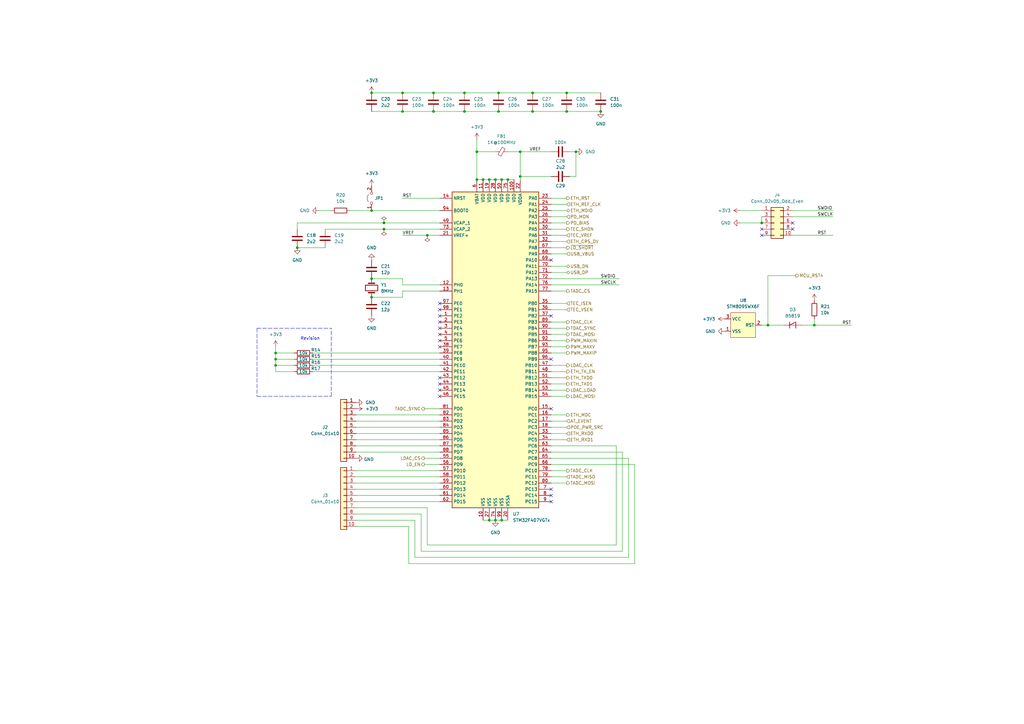
<source format=kicad_sch>
(kicad_sch (version 20211123) (generator eeschema)
  (paper "A3")
  (title_block (title "Kirdy") (date "2022-07-03") (rev "r0.1") (company "M-Labs") (comment 1 "Alex Wong Tat Hang"))
  (lib_symbols
    (symbol "Connector_Generic:Conn_01x10" (pin_names (offset 1.016) hide)
      (property "Reference" "J" (at 0 12.7 0))
      (property "Value" "Conn_01x10" (at 0 -15.24 0))
      (symbol "Conn_01x10_1_1"
        (rectangle (start -1.27 -12.573) (end 0 -12.827) (stroke (width 0.1524)))
        (rectangle (start -1.27 -10.033) (end 0 -10.287) (stroke (width 0.1524)))
        (rectangle (start -1.27 -7.493) (end 0 -7.747) (stroke (width 0.1524)))
        (rectangle (start -1.27 -4.953) (end 0 -5.207) (stroke (width 0.1524)))
        (rectangle (start -1.27 -2.413) (end 0 -2.667) (stroke (width 0.1524)))
        (rectangle (start -1.27 0.127) (end 0 -0.127) (stroke (width 0.1524)))
        (rectangle (start -1.27 2.667) (end 0 2.413) (stroke (width 0.1524)))
        (rectangle (start -1.27 5.207) (end 0 4.953) (stroke (width 0.1524)))
        (rectangle (start -1.27 7.747) (end 0 7.493) (stroke (width 0.1524)))
        (rectangle (start -1.27 10.287) (end 0 10.033) (stroke (width 0.1524)))
        (rectangle (start -1.27 11.43) (end 1.27 -13.97) (stroke (width 0.254)) (fill (type background)))
        (pin passive line (at -5.08 10.16 0) (length 3.81) (name "Pin_1") (number "1"))
        (pin passive line (at -5.08 -12.7 0) (length 3.81) (name "Pin_10") (number "10"))
        (pin passive line (at -5.08 7.62 0) (length 3.81) (name "Pin_2") (number "2"))
        (pin passive line (at -5.08 5.08 0) (length 3.81) (name "Pin_3") (number "3"))
        (pin passive line (at -5.08 2.54 0) (length 3.81) (name "Pin_4") (number "4"))
        (pin passive line (at -5.08 0 0) (length 3.81) (name "Pin_5") (number "5"))
        (pin passive line (at -5.08 -2.54 0) (length 3.81) (name "Pin_6") (number "6"))
        (pin passive line (at -5.08 -5.08 0) (length 3.81) (name "Pin_7") (number "7"))
        (pin passive line (at -5.08 -7.62 0) (length 3.81) (name "Pin_8") (number "8"))
        (pin passive line (at -5.08 -10.16 0) (length 3.81) (name "Pin_9") (number "9"))
      )
    )
    (symbol "Connector_Generic:Conn_02x05_Odd_Even" (pin_names (offset 1.016) hide)
      (property "Reference" "J" (at 1.27 7.62 0))
      (property "Value" "Conn_02x05_Odd_Even" (at 1.27 -7.62 0))
      (symbol "Conn_02x05_Odd_Even_1_1"
        (rectangle (start -1.27 -4.953) (end 0 -5.207) (stroke (width 0.1524)))
        (rectangle (start -1.27 -2.413) (end 0 -2.667) (stroke (width 0.1524)))
        (rectangle (start -1.27 0.127) (end 0 -0.127) (stroke (width 0.1524)))
        (rectangle (start -1.27 2.667) (end 0 2.413) (stroke (width 0.1524)))
        (rectangle (start -1.27 5.207) (end 0 4.953) (stroke (width 0.1524)))
        (rectangle (start -1.27 6.35) (end 3.81 -6.35) (stroke (width 0.254)) (fill (type background)))
        (rectangle (start 3.81 -4.953) (end 2.54 -5.207) (stroke (width 0.1524)))
        (rectangle (start 3.81 -2.413) (end 2.54 -2.667) (stroke (width 0.1524)))
        (rectangle (start 3.81 0.127) (end 2.54 -0.127) (stroke (width 0.1524)))
        (rectangle (start 3.81 2.667) (end 2.54 2.413) (stroke (width 0.1524)))
        (rectangle (start 3.81 5.207) (end 2.54 4.953) (stroke (width 0.1524)))
        (pin passive line (at -5.08 5.08 0) (length 3.81) (name "Pin_1") (number "1"))
        (pin passive line (at 7.62 -5.08 180) (length 3.81) (name "Pin_10") (number "10"))
        (pin passive line (at 7.62 5.08 180) (length 3.81) (name "Pin_2") (number "2"))
        (pin passive line (at -5.08 2.54 0) (length 3.81) (name "Pin_3") (number "3"))
        (pin passive line (at 7.62 2.54 180) (length 3.81) (name "Pin_4") (number "4"))
        (pin passive line (at -5.08 0 0) (length 3.81) (name "Pin_5") (number "5"))
        (pin passive line (at 7.62 0 180) (length 3.81) (name "Pin_6") (number "6"))
        (pin passive line (at -5.08 -2.54 0) (length 3.81) (name "Pin_7") (number "7"))
        (pin passive line (at 7.62 -2.54 180) (length 3.81) (name "Pin_8") (number "8"))
        (pin passive line (at -5.08 -5.08 0) (length 3.81) (name "Pin_9") (number "9"))
      )
    )
    (symbol "Device:C" (pin_numbers hide) (pin_names (offset 0.254))
      (property "Reference" "C" (at 0.635 2.54 0))
      (property "Value" "C" (at 0.635 -2.54 0))
      (symbol "C_0_1"
        (polyline (pts (xy -2.032 -0.762) (xy 2.032 -0.762)) (stroke (width 0.508)))
        (polyline (pts (xy -2.032 0.762) (xy 2.032 0.762)) (stroke (width 0.508)))
      )
      (symbol "C_1_1"
        (pin passive line (at 0 3.81 270) (length 2.794) (name "~") (number "1"))
        (pin passive line (at 0 -3.81 90) (length 2.794) (name "~") (number "2"))
      )
    )
    (symbol "Device:Crystal" (pin_numbers hide) (pin_names (offset 1.016) hide)
      (property "Reference" "Y" (at 0 3.81 0))
      (property "Value" "Crystal" (at 0 -3.81 0))
      (symbol "Crystal_0_1"
        (rectangle (start -1.143 2.54) (end 1.143 -2.54) (stroke (width 0.3048)))
        (polyline (pts (xy -2.54 0) (xy -1.905 0)))
        (polyline (pts (xy -1.905 -1.27) (xy -1.905 1.27)) (stroke (width 0.508)))
        (polyline (pts (xy 1.905 -1.27) (xy 1.905 1.27)) (stroke (width 0.508)))
        (polyline (pts (xy 2.54 0) (xy 1.905 0)))
      )
      (symbol "Crystal_1_1"
        (pin passive line (at -3.81 0 0) (length 1.27) (name "1") (number "1"))
        (pin passive line (at 3.81 0 180) (length 1.27) (name "2") (number "2"))
      )
    )
    (symbol "Device:D_Shockley" (pin_numbers hide) (pin_names (offset 1.016) hide)
      (property "Reference" "D" (at 0 2.54 0))
      (property "Value" "D_Shockley" (at 0 -2.54 0))
      (symbol "D_Shockley_0_1"
        (polyline (pts (xy -1.27 0) (xy 1.27 0)))
        (polyline (pts (xy -1.27 1.27) (xy -1.27 -1.27)) (stroke (width 0.254)))
        (polyline (pts (xy -1.27 0) (xy 1.27 1.27) (xy 1.27 -1.27)) (stroke (width 0.254)))
      )
      (symbol "D_Shockley_1_1"
        (pin passive line (at -3.81 0 0) (length 2.54) (name "K") (number "1"))
        (pin passive line (at 3.81 0 180) (length 2.54) (name "A") (number "2"))
      )
    )
    (symbol "Device:FerriteBead_Small" (pin_numbers hide) (pin_names (offset 0))
      (property "Reference" "FB" (at 1.905 1.27 0))
      (property "Value" "FerriteBead_Small" (at 1.905 -1.27 0))
      (symbol "FerriteBead_Small_0_1"
        (polyline (pts (xy 0 -1.27) (xy 0 -0.7874)))
        (polyline (pts (xy 0 0.889) (xy 0 1.2954)))
        (polyline (pts (xy -1.8288 0.2794) (xy -1.1176 1.4986) (xy 1.8288 -0.2032) (xy 1.1176 -1.4224) (xy -1.8288 0.2794)))
      )
      (symbol "FerriteBead_Small_1_1"
        (pin passive line (at 0 2.54 270) (length 1.27) (name "~") (number "1"))
        (pin passive line (at 0 -2.54 90) (length 1.27) (name "~") (number "2"))
      )
    )
    (symbol "Device:R" (pin_numbers hide) (pin_names (offset 0))
      (property "Reference" "R" (at 2.032 0 90))
      (property "Value" "R" (at 0 0 90))
      (symbol "R_0_1"
        (rectangle (start -1.016 -2.54) (end 1.016 2.54) (stroke (width 0.254)))
      )
      (symbol "R_1_1"
        (pin passive line (at 0 3.81 270) (length 1.27) (name "~") (number "1"))
        (pin passive line (at 0 -3.81 90) (length 1.27) (name "~") (number "2"))
      )
    )
    (symbol "Jumper:Jumper_2_Open" (pin_names (offset 0) hide)
      (property "Reference" "JP" (at 0 2.794 0))
      (property "Value" "Jumper_2_Open" (at 0 -2.286 0))
      (symbol "Jumper_2_Open_0_0"
        (circle (center -2.032 0) (radius 0.508))
        (circle (center 2.032 0) (radius 0.508))
      )
      (symbol "Jumper_2_Open_0_1"
        (arc (start 1.524 1.27) (mid 0 1.778) (end -1.524 1.27))
      )
      (symbol "Jumper_2_Open_1_1"
        (pin passive line (at -5.08 0 0) (length 2.54) (name "A") (number "1"))
        (pin passive line (at 5.08 0 180) (length 2.54) (name "B") (number "2"))
      )
    )
    (symbol "MCU_ST_STM32F4:STM32F407VGTx"
      (property "Reference" "U" (at -17.78 64.77 0))
      (property "Value" "STM32F407VGTx" (at 12.7 64.77 0))
      (symbol "STM32F407VGTx_0_1"
        (rectangle (start -17.78 -66.04) (end 17.78 63.5) (stroke (width 0.254)) (fill (type background)))
      )
      (symbol "STM32F407VGTx_1_1"
        (pin bidirectional line (at -22.86 12.7 0) (length 5.08) (name "PE2") (number "1"))
        (pin power_in line (at -5.08 -71.12 90) (length 5.08) (name "VSS") (number "10"))
        (pin power_in line (at 7.62 68.58 270) (length 5.08) (name "VDD") (number "100"))
        (pin power_in line (at -5.08 68.58 270) (length 5.08) (name "VDD") (number "11"))
        (pin input line (at -22.86 25.4 0) (length 5.08) (name "PH0") (number "12"))
        (pin input line (at -22.86 22.86 0) (length 5.08) (name "PH1") (number "13"))
        (pin input line (at -22.86 60.96 0) (length 5.08) (name "NRST") (number "14"))
        (pin bidirectional line (at 22.86 -25.4 180) (length 5.08) (name "PC0") (number "15"))
        (pin bidirectional line (at 22.86 -27.94 180) (length 5.08) (name "PC1") (number "16"))
        (pin bidirectional line (at 22.86 -30.48 180) (length 5.08) (name "PC2") (number "17"))
        (pin bidirectional line (at 22.86 -33.02 180) (length 5.08) (name "PC3") (number "18"))
        (pin power_in line (at -2.54 68.58 270) (length 5.08) (name "VDD") (number "19"))
        (pin bidirectional line (at -22.86 10.16 0) (length 5.08) (name "PE3") (number "2"))
        (pin power_in line (at 5.08 -71.12 90) (length 5.08) (name "VSSA") (number "20"))
        (pin power_in line (at -22.86 45.72 0) (length 5.08) (name "VREF+") (number "21"))
        (pin power_in line (at 10.16 68.58 270) (length 5.08) (name "VDDA") (number "22"))
        (pin bidirectional line (at 22.86 60.96 180) (length 5.08) (name "PA0") (number "23"))
        (pin bidirectional line (at 22.86 58.42 180) (length 5.08) (name "PA1") (number "24"))
        (pin bidirectional line (at 22.86 55.88 180) (length 5.08) (name "PA2") (number "25"))
        (pin bidirectional line (at 22.86 53.34 180) (length 5.08) (name "PA3") (number "26"))
        (pin power_in line (at -2.54 -71.12 90) (length 5.08) (name "VSS") (number "27"))
        (pin power_in line (at 0 68.58 270) (length 5.08) (name "VDD") (number "28"))
        (pin bidirectional line (at 22.86 50.8 180) (length 5.08) (name "PA4") (number "29"))
        (pin bidirectional line (at -22.86 7.62 0) (length 5.08) (name "PE4") (number "3"))
        (pin bidirectional line (at 22.86 48.26 180) (length 5.08) (name "PA5") (number "30"))
        (pin bidirectional line (at 22.86 45.72 180) (length 5.08) (name "PA6") (number "31"))
        (pin bidirectional line (at 22.86 43.18 180) (length 5.08) (name "PA7") (number "32"))
        (pin bidirectional line (at 22.86 -35.56 180) (length 5.08) (name "PC4") (number "33"))
        (pin bidirectional line (at 22.86 -38.1 180) (length 5.08) (name "PC5") (number "34"))
        (pin bidirectional line (at 22.86 17.78 180) (length 5.08) (name "PB0") (number "35"))
        (pin bidirectional line (at 22.86 15.24 180) (length 5.08) (name "PB1") (number "36"))
        (pin bidirectional line (at 22.86 12.7 180) (length 5.08) (name "PB2") (number "37"))
        (pin bidirectional line (at -22.86 0 0) (length 5.08) (name "PE7") (number "38"))
        (pin bidirectional line (at -22.86 -2.54 0) (length 5.08) (name "PE8") (number "39"))
        (pin bidirectional line (at -22.86 5.08 0) (length 5.08) (name "PE5") (number "4"))
        (pin bidirectional line (at -22.86 -5.08 0) (length 5.08) (name "PE9") (number "40"))
        (pin bidirectional line (at -22.86 -7.62 0) (length 5.08) (name "PE10") (number "41"))
        (pin bidirectional line (at -22.86 -10.16 0) (length 5.08) (name "PE11") (number "42"))
        (pin bidirectional line (at -22.86 -12.7 0) (length 5.08) (name "PE12") (number "43"))
        (pin bidirectional line (at -22.86 -15.24 0) (length 5.08) (name "PE13") (number "44"))
        (pin bidirectional line (at -22.86 -17.78 0) (length 5.08) (name "PE14") (number "45"))
        (pin bidirectional line (at -22.86 -20.32 0) (length 5.08) (name "PE15") (number "46"))
        (pin bidirectional line (at 22.86 -7.62 180) (length 5.08) (name "PB10") (number "47"))
        (pin bidirectional line (at 22.86 -10.16 180) (length 5.08) (name "PB11") (number "48"))
        (pin power_in line (at -22.86 50.8 0) (length 5.08) (name "VCAP_1") (number "49"))
        (pin bidirectional line (at -22.86 2.54 0) (length 5.08) (name "PE6") (number "5"))
        (pin power_in line (at 2.54 68.58 270) (length 5.08) (name "VDD") (number "50"))
        (pin bidirectional line (at 22.86 -12.7 180) (length 5.08) (name "PB12") (number "51"))
        (pin bidirectional line (at 22.86 -15.24 180) (length 5.08) (name "PB13") (number "52"))
        (pin bidirectional line (at 22.86 -17.78 180) (length 5.08) (name "PB14") (number "53"))
        (pin bidirectional line (at 22.86 -20.32 180) (length 5.08) (name "PB15") (number "54"))
        (pin bidirectional line (at -22.86 -45.72 0) (length 5.08) (name "PD8") (number "55"))
        (pin bidirectional line (at -22.86 -48.26 0) (length 5.08) (name "PD9") (number "56"))
        (pin bidirectional line (at -22.86 -50.8 0) (length 5.08) (name "PD10") (number "57"))
        (pin bidirectional line (at -22.86 -53.34 0) (length 5.08) (name "PD11") (number "58"))
        (pin bidirectional line (at -22.86 -55.88 0) (length 5.08) (name "PD12") (number "59"))
        (pin power_in line (at -7.62 68.58 270) (length 5.08) (name "VBAT") (number "6"))
        (pin bidirectional line (at -22.86 -58.42 0) (length 5.08) (name "PD13") (number "60"))
        (pin bidirectional line (at -22.86 -60.96 0) (length 5.08) (name "PD14") (number "61"))
        (pin bidirectional line (at -22.86 -63.5 0) (length 5.08) (name "PD15") (number "62"))
        (pin bidirectional line (at 22.86 -40.64 180) (length 5.08) (name "PC6") (number "63"))
        (pin bidirectional line (at 22.86 -43.18 180) (length 5.08) (name "PC7") (number "64"))
        (pin bidirectional line (at 22.86 -45.72 180) (length 5.08) (name "PC8") (number "65"))
        (pin bidirectional line (at 22.86 -48.26 180) (length 5.08) (name "PC9") (number "66"))
        (pin bidirectional line (at 22.86 40.64 180) (length 5.08) (name "PA8") (number "67"))
        (pin bidirectional line (at 22.86 38.1 180) (length 5.08) (name "PA9") (number "68"))
        (pin bidirectional line (at 22.86 35.56 180) (length 5.08) (name "PA10") (number "69"))
        (pin bidirectional line (at 22.86 -58.42 180) (length 5.08) (name "PC13") (number "7"))
        (pin bidirectional line (at 22.86 33.02 180) (length 5.08) (name "PA11") (number "70"))
        (pin bidirectional line (at 22.86 30.48 180) (length 5.08) (name "PA12") (number "71"))
        (pin bidirectional line (at 22.86 27.94 180) (length 5.08) (name "PA13") (number "72"))
        (pin power_in line (at -22.86 48.26 0) (length 5.08) (name "VCAP_2") (number "73"))
        (pin power_in line (at 0 -71.12 90) (length 5.08) (name "VSS") (number "74"))
        (pin power_in line (at 5.08 68.58 270) (length 5.08) (name "VDD") (number "75"))
        (pin bidirectional line (at 22.86 25.4 180) (length 5.08) (name "PA14") (number "76"))
        (pin bidirectional line (at 22.86 22.86 180) (length 5.08) (name "PA15") (number "77"))
        (pin bidirectional line (at 22.86 -50.8 180) (length 5.08) (name "PC10") (number "78"))
        (pin bidirectional line (at 22.86 -53.34 180) (length 5.08) (name "PC11") (number "79"))
        (pin bidirectional line (at 22.86 -60.96 180) (length 5.08) (name "PC14") (number "8"))
        (pin bidirectional line (at 22.86 -55.88 180) (length 5.08) (name "PC12") (number "80"))
        (pin bidirectional line (at -22.86 -25.4 0) (length 5.08) (name "PD0") (number "81"))
        (pin bidirectional line (at -22.86 -27.94 0) (length 5.08) (name "PD1") (number "82"))
        (pin bidirectional line (at -22.86 -30.48 0) (length 5.08) (name "PD2") (number "83"))
        (pin bidirectional line (at -22.86 -33.02 0) (length 5.08) (name "PD3") (number "84"))
        (pin bidirectional line (at -22.86 -35.56 0) (length 5.08) (name "PD4") (number "85"))
        (pin bidirectional line (at -22.86 -38.1 0) (length 5.08) (name "PD5") (number "86"))
        (pin bidirectional line (at -22.86 -40.64 0) (length 5.08) (name "PD6") (number "87"))
        (pin bidirectional line (at -22.86 -43.18 0) (length 5.08) (name "PD7") (number "88"))
        (pin bidirectional line (at 22.86 10.16 180) (length 5.08) (name "PB3") (number "89"))
        (pin bidirectional line (at 22.86 -63.5 180) (length 5.08) (name "PC15") (number "9"))
        (pin bidirectional line (at 22.86 7.62 180) (length 5.08) (name "PB4") (number "90"))
        (pin bidirectional line (at 22.86 5.08 180) (length 5.08) (name "PB5") (number "91"))
        (pin bidirectional line (at 22.86 2.54 180) (length 5.08) (name "PB6") (number "92"))
        (pin bidirectional line (at 22.86 0 180) (length 5.08) (name "PB7") (number "93"))
        (pin input line (at -22.86 55.88 0) (length 5.08) (name "BOOT0") (number "94"))
        (pin bidirectional line (at 22.86 -2.54 180) (length 5.08) (name "PB8") (number "95"))
        (pin bidirectional line (at 22.86 -5.08 180) (length 5.08) (name "PB9") (number "96"))
        (pin bidirectional line (at -22.86 17.78 0) (length 5.08) (name "PE0") (number "97"))
        (pin bidirectional line (at -22.86 15.24 0) (length 5.08) (name "PE1") (number "98"))
        (pin power_in line (at 2.54 -71.12 90) (length 5.08) (name "VSS") (number "99"))
      )
    )
    (symbol "kirdy:STM809SWX6F"
      (property "Reference" "U" (at 0 -10.16 0))
      (property "Value" "STM809SWX6F" (at 0 -7.62 0))
      (symbol "STM809SWX6F_0_0"
        (pin power_in line (at -7.62 -2.54 0) (length 2.54) (name "VSS") (number "1"))
        (pin output line (at 7.62 0 180) (length 2.54) (name "RST") (number "2"))
        (pin power_in line (at -7.62 2.54 0) (length 2.54) (name "VCC") (number "3"))
      )
      (symbol "STM809SWX6F_0_1"
        (rectangle (start -5.08 5.08) (end 5.08 -5.08) (fill (type background)))
      )
    )
    (symbol "power:+3V3" (power) (pin_names (offset 0))
      (property "Value" "+3V3" (at 0 3.556 0))
      (symbol "+3V3_0_1"
        (polyline (pts (xy -0.762 1.27) (xy 0 2.54)))
        (polyline (pts (xy 0 0) (xy 0 2.54)))
        (polyline (pts (xy 0 2.54) (xy 0.762 1.27)))
      )
      (symbol "+3V3_1_1"
        (pin power_in line (at 0 0 90) (length 0) hide (name "+3V3") (number "1"))
      )
    )
    (symbol "power:GND" (power) (pin_names (offset 0))
      (property "Value" "GND" (at 0 -3.81 0))
      (symbol "GND_0_1"
        (polyline (pts (xy 0 0) (xy 0 -1.27) (xy 1.27 -1.27) (xy 0 -2.54) (xy -1.27 -1.27) (xy 0 -1.27)))
      )
      (symbol "GND_1_1"
        (pin power_in line (at 0 0 270) (length 0) hide (name "GND") (number "1"))
      )
    )
    (symbol "power:PWR_FLAG" (power) (pin_numbers hide) (pin_names (offset 0) hide)
      (property "Value" "PWR_FLAG" (at 0 3.81 0))
      (symbol "PWR_FLAG_0_0"
        (pin power_out line (at 0 0 90) (length 0) (name "pwr") (number "1"))
      )
      (symbol "PWR_FLAG_0_1"
        (polyline (pts (xy 0 0) (xy 0 1.27) (xy -1.016 1.905) (xy 0 2.54) (xy 1.016 1.905) (xy 0 1.27)))
      )
    )
  )
  (junction (at 165.1 38.1))
  (junction (at 152.4 114.3))
  (junction (at 198.12 73.66))
  (junction (at 157.48 93.98))
  (junction (at 205.74 213.36))
  (junction (at 177.8 38.1))
  (junction (at 213.36 72.39))
  (junction (at 236.22 62.23))
  (junction (at 152.4 38.1))
  (junction (at 195.58 73.66))
  (junction (at 121.92 101.6))
  (junction (at 200.66 73.66))
  (junction (at 203.2 213.36))
  (junction (at 175.26 96.52))
  (junction (at 204.47 38.1))
  (junction (at 152.4 86.36))
  (junction (at 177.8 45.72))
  (junction (at 232.41 45.72))
  (junction (at 314.96 133.35))
  (junction (at 200.66 213.36))
  (junction (at 157.48 91.44))
  (junction (at 208.28 73.66))
  (junction (at 113.03 144.78))
  (junction (at 190.5 45.72))
  (junction (at 165.1 45.72))
  (junction (at 203.2 73.66))
  (junction (at 232.41 38.1))
  (junction (at 334.01 133.35))
  (junction (at 213.36 62.23))
  (junction (at 190.5 38.1))
  (junction (at 204.47 45.72))
  (junction (at 113.03 147.32))
  (junction (at 218.44 38.1))
  (junction (at 246.38 45.72))
  (junction (at 205.74 73.66))
  (junction (at 152.4 121.92))
  (junction (at 195.58 62.23))
  (junction (at 312.42 91.44))
  (junction (at 218.44 45.72))
  (junction (at 113.03 149.86))
  (no_connect (at 312.42 96.52))
  (no_connect (at 325.12 93.98))
  (no_connect (at 325.12 91.44))
  (no_connect (at 180.34 157.48))
  (no_connect (at 180.34 154.94))
  (no_connect (at 312.42 93.98))
  (no_connect (at 226.06 200.66))
  (no_connect (at 226.06 203.2))
  (no_connect (at 226.06 205.74))
  (no_connect (at 226.06 106.68))
  (no_connect (at 226.06 129.54))
  (no_connect (at 180.34 129.54))
  (no_connect (at 180.34 124.46))
  (no_connect (at 180.34 127))
  (no_connect (at 226.06 147.32))
  (no_connect (at 226.06 167.64))
  (no_connect (at 180.34 162.56))
  (no_connect (at 180.34 160.02))
  (no_connect (at 180.34 132.08))
  (no_connect (at 180.34 134.62))
  (no_connect (at 180.34 137.16))
  (no_connect (at 180.34 139.7))
  (no_connect (at 180.34 142.24))
  (wire (pts (xy 226.06 180.34) (xy 232.41 180.34)))
  (wire (pts (xy 146.05 205.74) (xy 180.34 205.74)))
  (wire (pts (xy 226.06 170.18) (xy 232.41 170.18)))
  (wire (pts (xy 226.06 160.02) (xy 232.41 160.02)))
  (wire (pts (xy 226.06 99.06) (xy 232.41 99.06)))
  (wire (pts (xy 165.1 116.84) (xy 180.34 116.84)))
  (wire (pts (xy 226.06 104.14) (xy 232.41 104.14)))
  (wire (pts (xy 146.05 203.2) (xy 180.34 203.2)))
  (wire (pts (xy 226.06 86.36) (xy 232.41 86.36)))
  (polyline (pts (xy 105.41 162.56) (xy 135.89 162.56)))
  (wire (pts (xy 175.26 96.52) (xy 180.34 96.52)))
  (wire (pts (xy 257.81 187.96) (xy 257.81 228.6)))
  (wire (pts (xy 198.12 213.36) (xy 200.66 213.36)))
  (wire (pts (xy 218.44 45.72) (xy 232.41 45.72)))
  (wire (pts (xy 312.42 88.9) (xy 312.42 91.44)))
  (wire (pts (xy 165.1 81.28) (xy 180.34 81.28)))
  (wire (pts (xy 233.68 72.39) (xy 236.22 72.39)))
  (wire (pts (xy 172.72 226.06) (xy 172.72 210.82)))
  (wire (pts (xy 146.05 172.72) (xy 180.34 172.72)))
  (wire (pts (xy 195.58 62.23) (xy 203.2 62.23)))
  (wire (pts (xy 175.26 223.52) (xy 175.26 208.28)))
  (wire (pts (xy 121.92 101.6) (xy 133.35 101.6)))
  (wire (pts (xy 175.26 208.28) (xy 146.05 208.28)))
  (wire (pts (xy 173.99 187.96) (xy 180.34 187.96)))
  (wire (pts (xy 325.12 96.52) (xy 341.63 96.52)))
  (wire (pts (xy 203.2 213.36) (xy 205.74 213.36)))
  (wire (pts (xy 328.93 133.35) (xy 334.01 133.35)))
  (wire (pts (xy 312.42 133.35) (xy 314.96 133.35)))
  (wire (pts (xy 226.06 139.7) (xy 232.41 139.7)))
  (polyline (pts (xy 135.89 162.56) (xy 135.89 134.62)))
  (wire (pts (xy 226.06 116.84) (xy 254 116.84)))
  (wire (pts (xy 170.18 228.6) (xy 170.18 213.36)))
  (wire (pts (xy 204.47 38.1) (xy 218.44 38.1)))
  (wire (pts (xy 113.03 152.4) (xy 120.65 152.4)))
  (wire (pts (xy 128.27 149.86) (xy 180.34 149.86)))
  (wire (pts (xy 260.35 231.14) (xy 167.64 231.14)))
  (wire (pts (xy 113.03 149.86) (xy 120.65 149.86)))
  (wire (pts (xy 152.4 45.72) (xy 165.1 45.72)))
  (wire (pts (xy 157.48 93.98) (xy 180.34 93.98)))
  (wire (pts (xy 314.96 113.03) (xy 326.39 113.03)))
  (wire (pts (xy 128.27 147.32) (xy 180.34 147.32)))
  (wire (pts (xy 165.1 119.38) (xy 165.1 121.92)))
  (wire (pts (xy 208.28 62.23) (xy 213.36 62.23)))
  (wire (pts (xy 146.05 170.18) (xy 180.34 170.18)))
  (wire (pts (xy 146.05 193.04) (xy 180.34 193.04)))
  (wire (pts (xy 167.64 215.9) (xy 146.05 215.9)))
  (wire (pts (xy 133.35 93.98) (xy 157.48 93.98)))
  (wire (pts (xy 226.06 177.8) (xy 232.41 177.8)))
  (wire (pts (xy 226.06 193.04) (xy 232.41 193.04)))
  (wire (pts (xy 334.01 133.35) (xy 334.01 130.81)))
  (wire (pts (xy 170.18 213.36) (xy 146.05 213.36)))
  (wire (pts (xy 113.03 147.32) (xy 113.03 149.86)))
  (wire (pts (xy 334.01 133.35) (xy 349.25 133.35)))
  (wire (pts (xy 255.27 226.06) (xy 172.72 226.06)))
  (wire (pts (xy 226.06 154.94) (xy 232.41 154.94)))
  (wire (pts (xy 146.05 195.58) (xy 180.34 195.58)))
  (wire (pts (xy 213.36 62.23) (xy 213.36 72.39)))
  (wire (pts (xy 226.06 111.76) (xy 232.41 111.76)))
  (wire (pts (xy 226.06 134.62) (xy 232.41 134.62)))
  (wire (pts (xy 226.06 182.88) (xy 252.73 182.88)))
  (wire (pts (xy 226.06 187.96) (xy 257.81 187.96)))
  (wire (pts (xy 226.06 149.86) (xy 232.41 149.86)))
  (wire (pts (xy 252.73 223.52) (xy 175.26 223.52)))
  (wire (pts (xy 314.96 133.35) (xy 321.31 133.35)))
  (wire (pts (xy 226.06 137.16) (xy 232.41 137.16)))
  (wire (pts (xy 226.06 185.42) (xy 255.27 185.42)))
  (wire (pts (xy 226.06 93.98) (xy 232.41 93.98)))
  (wire (pts (xy 177.8 38.1) (xy 190.5 38.1)))
  (wire (pts (xy 200.66 213.36) (xy 203.2 213.36)))
  (wire (pts (xy 252.73 182.88) (xy 252.73 223.52)))
  (wire (pts (xy 203.2 73.66) (xy 205.74 73.66)))
  (wire (pts (xy 195.58 62.23) (xy 195.58 73.66)))
  (wire (pts (xy 233.68 62.23) (xy 236.22 62.23)))
  (wire (pts (xy 146.05 182.88) (xy 180.34 182.88)))
  (wire (pts (xy 177.8 45.72) (xy 190.5 45.72)))
  (wire (pts (xy 226.06 190.5) (xy 260.35 190.5)))
  (wire (pts (xy 146.05 175.26) (xy 180.34 175.26)))
  (wire (pts (xy 226.06 198.12) (xy 232.41 198.12)))
  (wire (pts (xy 232.41 38.1) (xy 246.38 38.1)))
  (wire (pts (xy 195.58 73.66) (xy 198.12 73.66)))
  (wire (pts (xy 213.36 62.23) (xy 226.06 62.23)))
  (wire (pts (xy 165.1 121.92) (xy 152.4 121.92)))
  (wire (pts (xy 113.03 144.78) (xy 113.03 147.32)))
  (wire (pts (xy 226.06 172.72) (xy 232.41 172.72)))
  (wire (pts (xy 152.4 86.36) (xy 180.34 86.36)))
  (wire (pts (xy 198.12 73.66) (xy 200.66 73.66)))
  (wire (pts (xy 113.03 144.78) (xy 120.65 144.78)))
  (wire (pts (xy 113.03 149.86) (xy 113.03 152.4)))
  (wire (pts (xy 213.36 72.39) (xy 213.36 73.66)))
  (wire (pts (xy 226.06 124.46) (xy 232.41 124.46)))
  (wire (pts (xy 226.06 152.4) (xy 232.41 152.4)))
  (wire (pts (xy 325.12 86.36) (xy 341.63 86.36)))
  (polyline (pts (xy 105.41 134.62) (xy 105.41 162.56)))
  (wire (pts (xy 226.06 195.58) (xy 232.41 195.58)))
  (wire (pts (xy 146.05 198.12) (xy 180.34 198.12)))
  (wire (pts (xy 226.06 101.6) (xy 232.41 101.6)))
  (wire (pts (xy 165.1 96.52) (xy 175.26 96.52)))
  (wire (pts (xy 113.03 147.32) (xy 120.65 147.32)))
  (wire (pts (xy 208.28 73.66) (xy 210.82 73.66)))
  (wire (pts (xy 165.1 45.72) (xy 177.8 45.72)))
  (wire (pts (xy 165.1 119.38) (xy 180.34 119.38)))
  (wire (pts (xy 226.06 142.24) (xy 232.41 142.24)))
  (wire (pts (xy 165.1 116.84) (xy 165.1 114.3)))
  (wire (pts (xy 226.06 132.08) (xy 232.41 132.08)))
  (wire (pts (xy 121.92 93.98) (xy 121.92 91.44)))
  (wire (pts (xy 146.05 185.42) (xy 180.34 185.42)))
  (wire (pts (xy 213.36 72.39) (xy 226.06 72.39)))
  (wire (pts (xy 236.22 72.39) (xy 236.22 62.23)))
  (wire (pts (xy 205.74 73.66) (xy 208.28 73.66)))
  (wire (pts (xy 157.48 91.44) (xy 180.34 91.44)))
  (wire (pts (xy 226.06 109.22) (xy 232.41 109.22)))
  (wire (pts (xy 113.03 142.24) (xy 113.03 144.78)))
  (wire (pts (xy 146.05 200.66) (xy 180.34 200.66)))
  (wire (pts (xy 303.53 91.44) (xy 312.42 91.44)))
  (wire (pts (xy 218.44 38.1) (xy 232.41 38.1)))
  (wire (pts (xy 226.06 175.26) (xy 232.41 175.26)))
  (wire (pts (xy 226.06 88.9) (xy 232.41 88.9)))
  (wire (pts (xy 232.41 45.72) (xy 246.38 45.72)))
  (wire (pts (xy 314.96 133.35) (xy 314.96 113.03)))
  (wire (pts (xy 226.06 96.52) (xy 232.41 96.52)))
  (wire (pts (xy 195.58 57.15) (xy 195.58 62.23)))
  (wire (pts (xy 226.06 119.38) (xy 232.41 119.38)))
  (wire (pts (xy 173.99 190.5) (xy 180.34 190.5)))
  (wire (pts (xy 190.5 38.1) (xy 204.47 38.1)))
  (wire (pts (xy 165.1 38.1) (xy 177.8 38.1)))
  (wire (pts (xy 260.35 190.5) (xy 260.35 231.14)))
  (wire (pts (xy 152.4 38.1) (xy 165.1 38.1)))
  (wire (pts (xy 204.47 45.72) (xy 218.44 45.72)))
  (wire (pts (xy 257.81 228.6) (xy 170.18 228.6)))
  (wire (pts (xy 226.06 127) (xy 232.41 127)))
  (wire (pts (xy 146.05 180.34) (xy 180.34 180.34)))
  (wire (pts (xy 226.06 81.28) (xy 232.41 81.28)))
  (wire (pts (xy 226.06 83.82) (xy 232.41 83.82)))
  (wire (pts (xy 205.74 213.36) (xy 208.28 213.36)))
  (wire (pts (xy 303.53 86.36) (xy 312.42 86.36)))
  (wire (pts (xy 226.06 144.78) (xy 232.41 144.78)))
  (wire (pts (xy 172.72 210.82) (xy 146.05 210.82)))
  (wire (pts (xy 165.1 114.3) (xy 152.4 114.3)))
  (polyline (pts (xy 105.41 134.62) (xy 135.89 134.62)))
  (wire (pts (xy 143.51 86.36) (xy 152.4 86.36)))
  (wire (pts (xy 226.06 91.44) (xy 232.41 91.44)))
  (wire (pts (xy 130.81 86.36) (xy 135.89 86.36)))
  (wire (pts (xy 121.92 91.44) (xy 157.48 91.44)))
  (wire (pts (xy 226.06 162.56) (xy 232.41 162.56)))
  (wire (pts (xy 190.5 45.72) (xy 204.47 45.72)))
  (wire (pts (xy 128.27 144.78) (xy 180.34 144.78)))
  (wire (pts (xy 226.06 114.3) (xy 254 114.3)))
  (wire (pts (xy 226.06 157.48) (xy 232.41 157.48)))
  (wire (pts (xy 167.64 231.14) (xy 167.64 215.9)))
  (wire (pts (xy 255.27 185.42) (xy 255.27 226.06)))
  (wire (pts (xy 146.05 177.8) (xy 180.34 177.8)))
  (wire (pts (xy 325.12 88.9) (xy 341.63 88.9)))
  (wire (pts (xy 173.99 167.64) (xy 180.34 167.64)))
  (wire (pts (xy 128.27 152.4) (xy 180.34 152.4)))
  (wire (pts (xy 200.66 73.66) (xy 203.2 73.66)))
  (text "Revision\n" (at 123.19 139.7 0) (effects (font (size 1.27 1.27)) (justify left bottom)))
  (label "VREF" (at 217.17 62.23 0))
  (label "SWDIO" (at 246.38 114.3 0))
  (label "SWCLK" (at 335.28 88.9 0))
  (label "RST" (at 165.1 81.28 0))
  (label "SWDIO" (at 335.28 86.36 0))
  (label "VREF" (at 165.1 96.52 0))
  (label "RST" (at 345.44 133.35 0))
  (label "RST" (at 335.28 96.52 0))
  (label "SWCLK" (at 246.38 116.84 0))
  (hierarchical_label "USB_DP" (shape bidirectional) (at 232.41 111.76 0))
  (hierarchical_label "TEC_VREF" (shape input) (at 232.41 96.52 0))
  (hierarchical_label "ETH_REF_CLK" (shape input) (at 232.41 83.82 0))
  (hierarchical_label "USB_VBUS" (shape input) (at 232.41 104.14 0))
  (hierarchical_label "TADC_CLK" (shape output) (at 232.41 193.04 0))
  (hierarchical_label "TDAC_MOSI" (shape output) (at 232.41 137.16 0))
  (hierarchical_label "PWM_MAXIP" (shape output) (at 232.41 144.78 0))
  (hierarchical_label "USB_DN" (shape bidirectional) (at 232.41 109.22 0))
  (hierarchical_label "ETH_RST" (shape output) (at 232.41 81.28 0))
  (hierarchical_label "TEC_SHDN" (shape output) (at 232.41 93.98 0))
  (hierarchical_label "ETH_TXD1" (shape output) (at 232.41 157.48 0))
  (hierarchical_label "ETH_MDIO" (shape bidirectional) (at 232.41 86.36 0))
  (hierarchical_label "LDAC_MOSI" (shape output) (at 232.41 162.56 0))
  (hierarchical_label "AT_EVENT" (shape input) (at 232.41 172.72 0))
  (hierarchical_label "PWM_MAXV" (shape output) (at 232.41 142.24 0))
  (hierarchical_label "POE_PWR_SRC" (shape input) (at 232.41 175.26 0))
  (hierarchical_label "MCU_RSTn" (shape output) (at 326.39 113.03 0))
  (hierarchical_label "TADC_CS" (shape output) (at 232.41 119.38 0))
  (hierarchical_label "ETH_RXD0" (shape input) (at 232.41 177.8 0))
  (hierarchical_label "PD_BIAS" (shape output) (at 232.41 91.44 0))
  (hierarchical_label "TADC_MISO" (shape input) (at 232.41 195.58 0))
  (hierarchical_label "~{LD_SHORT}" (shape output) (at 232.41 101.6 0))
  (hierarchical_label "LDAC_CS" (shape output) (at 173.99 187.96 180))
  (hierarchical_label "TADC_MOSI" (shape output) (at 232.41 198.12 0))
  (hierarchical_label "ETH_CRS_DV" (shape input) (at 232.41 99.06 0))
  (hierarchical_label "LD_EN" (shape output) (at 173.99 190.5 180))
  (hierarchical_label "TADC_SYNC" (shape output) (at 173.99 167.64 180))
  (hierarchical_label "PWM_MAXIN" (shape output) (at 232.41 139.7 0))
  (hierarchical_label "TEC_ISEN" (shape input) (at 232.41 124.46 0))
  (hierarchical_label "TEC_VSEN" (shape input) (at 232.41 127 0))
  (hierarchical_label "ETH_TX_EN" (shape output) (at 232.41 152.4 0))
  (hierarchical_label "TDAC_SYNC" (shape output) (at 232.41 134.62 0))
  (hierarchical_label "ETH_TXD0" (shape output) (at 232.41 154.94 0))
  (hierarchical_label "PD_MON" (shape input) (at 232.41 88.9 0))
  (hierarchical_label "ETH_RXD1" (shape input) (at 232.41 180.34 0))
  (hierarchical_label "LDAC_LOAD" (shape output) (at 232.41 160.02 0))
  (hierarchical_label "ETH_MDC" (shape output) (at 232.41 170.18 0))
  (hierarchical_label "LDAC_CLK" (shape output) (at 232.41 149.86 0))
  (hierarchical_label "TDAC_CLK" (shape output) (at 232.41 132.08 0))
  (symbol (lib_id "Connector_Generic:Conn_02x05_Odd_Even") (at 317.5 91.44 0) (unit 1)
    (property "Reference" "J4" (at 318.77 80.01 0))
    (property "Value" "Conn_02x05_Odd_Even" (at 318.77 82.55 0))
    (property "Footprint" "Connector_PinHeader_1.27mm:PinHeader_2x05_P1.27mm_Vertical_SMD" (effects hide))
    (property "MFR_PN" "M50-3600542" (effects hide))
  )
  (symbol (lib_id "Device:FerriteBead_Small") (at 205.74 62.23 90) (unit 1)
    (property "Reference" "FB1" (at 205.7019 55.88 90))
    (property "Value" "1K@100MHz" (at 205.7019 58.42 90))
    (property "Footprint" "Inductor_SMD:L_1210_3225Metric" (effects hide))
    (property "MFR_PN" "FBMH3225HM102NT" (effects hide))
    (property "MFR_PN_ALT" "FBMH3225HM102NTV" (effects hide))
  )
  (symbol (lib_id "power:+3V3") (at 152.4 76.2 0) (unit 1)
    (property "Reference" "#PWR045" (effects hide))
    (property "Value" "+3V3" (at 152.4 71.12 0))
  )
  (symbol (lib_id "Device:C") (at 133.35 97.79 0) (unit 1)
    (property "Reference" "C19" (at 137.16 96.5199 0) (effects (justify left)))
    (property "Value" "2u2" (at 137.16 99.0599 0) (effects (justify left)))
    (property "Footprint" "Capacitor_SMD:C_0603_1608Metric" (effects hide))
    (property "MFR_PN" "CL10B225KP8NNNC" (effects hide))
    (property "MFR_PN_ALT" "CGA3E1X7R0J225K080AC" (effects hide))
  )
  (symbol (lib_id "Connector_Generic:Conn_01x10") (at 140.97 175.26 0) (mirror y) (unit 1)
    (property "Reference" "J2" (at 133.35 175.26 0))
    (property "Value" "Conn_01x10" (at 133.35 177.8 0))
  )
  (symbol (lib_id "Device:R") (at 334.01 127 0) (unit 1)
    (property "Reference" "R21" (at 336.55 125.7299 0) (effects (justify left)))
    (property "Value" "10k" (at 336.55 128.2699 0) (effects (justify left)))
    (property "Footprint" "Resistor_SMD:R_0603_1608Metric" (effects hide))
    (property "MFR_PN" "RNCP0603FTD10K0" (effects hide))
    (property "MFR_PN_ALT" "RMCF0603FT10K0" (effects hide))
  )
  (symbol (lib_id "kirdy:STM809SWX6F") (at 304.8 133.35 0) (unit 1)
    (property "Reference" "U8" (at 304.8 123.19 0))
    (property "Value" "STM809SWX6F" (at 304.8 125.73 0))
    (property "Footprint" "Package_TO_SOT_SMD:SOT-23" (effects hide))
    (property "MFR_PN" "STM809SWX6F" (effects hide))
  )
  (symbol (lib_id "Device:C") (at 177.8 41.91 0) (unit 1)
    (property "Reference" "C24" (at 181.61 40.6399 0) (effects (justify left)))
    (property "Value" "100n" (at 181.61 43.1799 0) (effects (justify left)))
    (property "Footprint" "Capacitor_SMD:C_0603_1608Metric" (effects hide))
    (property "MFR_PN" "CL10B104KB8NNWC" (effects hide))
    (property "MFR_PN_ALT" "CL10B104KB8NNNL" (effects hide))
  )
  (symbol (lib_id "Device:C") (at 232.41 41.91 0) (unit 1)
    (property "Reference" "C30" (at 236.22 40.6399 0) (effects (justify left)))
    (property "Value" "100n" (at 236.22 43.1799 0) (effects (justify left)))
    (property "Footprint" "Capacitor_SMD:C_0603_1608Metric" (effects hide))
    (property "MFR_PN" "CL10B104KB8NNWC" (effects hide))
    (property "MFR_PN_ALT" "CL10B104KB8NNNL" (effects hide))
  )
  (symbol (lib_id "Device:R") (at 124.46 149.86 90) (unit 1)
    (property "Reference" "R16" (at 129.54 148.59 90))
    (property "Value" "10k" (at 124.46 149.86 90))
    (property "Footprint" "Resistor_SMD:R_0603_1608Metric" (effects hide))
    (property "MFR_PN" "RNCP0603FTD10K0" (effects hide))
    (property "MFR_PN_ALT" "RMCF0603FT10K0" (effects hide))
  )
  (symbol (lib_id "Device:C") (at 190.5 41.91 0) (unit 1)
    (property "Reference" "C25" (at 194.31 40.6399 0) (effects (justify left)))
    (property "Value" "100n" (at 194.31 43.1799 0) (effects (justify left)))
    (property "Footprint" "Capacitor_SMD:C_0603_1608Metric" (effects hide))
    (property "MFR_PN" "CL10B104KB8NNWC" (effects hide))
    (property "MFR_PN_ALT" "CL10B104KB8NNNL" (effects hide))
  )
  (symbol (lib_id "power:+3V3") (at 334.01 123.19 0) (unit 1)
    (property "Reference" "#PWR056" (effects hide))
    (property "Value" "+3V3" (at 334.01 118.11 0))
  )
  (symbol (lib_id "power:GND") (at 236.22 62.23 90) (unit 1)
    (property "Reference" "#PWR050" (effects hide))
    (property "Value" "GND" (at 240.03 62.2299 90) (effects (justify right)))
  )
  (symbol (lib_id "power:GND") (at 203.2 213.36 0) (unit 1)
    (property "Reference" "#PWR049" (effects hide))
    (property "Value" "GND" (at 203.2 218.44 0))
  )
  (symbol (lib_id "Device:C") (at 246.38 41.91 0) (unit 1)
    (property "Reference" "C31" (at 250.19 40.6399 0) (effects (justify left)))
    (property "Value" "100n" (at 250.19 43.1799 0) (effects (justify left)))
    (property "Footprint" "Capacitor_SMD:C_0603_1608Metric" (effects hide))
    (property "MFR_PN" "CL10B104KB8NNWC" (effects hide))
    (property "MFR_PN_ALT" "CL10B104KB8NNNL" (effects hide))
  )
  (symbol (lib_id "Jumper:Jumper_2_Open") (at 152.4 81.28 90) (unit 1)
    (property "Reference" "JP1" (at 153.67 81.28 90) (effects (justify right)))
    (property "Value" "DNP" (effects hide))
    (property "Footprint" "Connector_PinHeader_2.54mm:PinHeader_1x02_P2.54mm_Vertical" (effects hide))
  )
  (symbol (lib_id "power:+3V3") (at 303.53 86.36 90) (unit 1)
    (property "Reference" "#PWR054" (effects hide))
    (property "Value" "+3V3" (at 299.72 86.3599 90) (effects (justify left)))
  )
  (symbol (lib_id "Device:C") (at 218.44 41.91 0) (unit 1)
    (property "Reference" "C27" (at 222.25 40.6399 0) (effects (justify left)))
    (property "Value" "100n" (at 222.25 43.1799 0) (effects (justify left)))
    (property "Footprint" "Capacitor_SMD:C_0603_1608Metric" (effects hide))
    (property "MFR_PN" "CL10B104KB8NNWC" (effects hide))
    (property "MFR_PN_ALT" "CL10B104KB8NNNL" (effects hide))
  )
  (symbol (lib_id "Device:Crystal") (at 152.4 118.11 90) (unit 1)
    (property "Reference" "Y1" (at 156.21 116.8399 90) (effects (justify right)))
    (property "Value" "8MHz" (at 156.21 119.3799 90) (effects (justify right)))
    (property "Footprint" "Crystal:Crystal_SMD_5032-2Pin_5.0x3.2mm" (effects hide))
    (property "MFR_PN" "ECS-80-12-30Q-DS-TR" (effects hide))
    (property "MFR_PN_ALT" "ECS-80-12-30-JGN-TR" (effects hide))
  )
  (symbol (lib_id "power:PWR_FLAG") (at 157.48 93.98 180) (unit 1)
    (property "Reference" "#FLG04" (effects hide))
    (property "Value" "PWR_FLAG" (effects hide))
  )
  (symbol (lib_id "MCU_ST_STM32F4:STM32F407VGTx") (at 203.2 142.24 0) (unit 1)
    (property "Reference" "U7" (at 210.2994 210.82 0) (effects (justify left)))
    (property "Value" "STM32F407VGTx" (at 210.2994 213.36 0) (effects (justify left)))
    (property "Footprint" "Package_QFP:LQFP-100_14x14mm_P0.5mm" (effects hide))
    (property "Datasheet" "http://www.st.com/st-web-ui/static/active/en/resource/technical/document/datasheet/DM00037051.pdf" (effects hide))
    (property "MFR_PN" "STM32F407VGT6" (effects hide))
  )
  (symbol (lib_id "Device:R") (at 124.46 147.32 90) (unit 1)
    (property "Reference" "R15" (at 129.54 146.05 90))
    (property "Value" "10k" (at 124.46 147.32 90))
    (property "Footprint" "Resistor_SMD:R_0603_1608Metric" (effects hide))
    (property "MFR_PN" "RNCP0603FTD10K0" (effects hide))
    (property "MFR_PN_ALT" "RMCF0603FT10K0" (effects hide))
  )
  (symbol (lib_id "power:PWR_FLAG") (at 157.48 91.44 0) (unit 1)
    (property "Reference" "#FLG03" (effects hide))
    (property "Value" "PWR_FLAG" (effects hide))
  )
  (symbol (lib_id "power:+3V3") (at 113.03 142.24 0) (unit 1)
    (property "Reference" "#PWR041" (effects hide))
    (property "Value" "+3V3" (at 113.03 137.16 0))
  )
  (symbol (lib_id "power:GND") (at 297.18 135.89 270) (unit 1)
    (property "Reference" "#PWR053" (effects hide))
    (property "Value" "GND" (at 293.37 135.8899 90) (effects (justify right)))
  )
  (symbol (lib_id "Device:C") (at 229.87 62.23 90) (unit 1)
    (property "Reference" "C28" (at 229.87 66.04 90))
    (property "Value" "100n" (at 229.87 58.42 90))
    (property "Footprint" "Capacitor_SMD:C_0603_1608Metric" (effects hide))
    (property "MFR_PN" "CL10B104KB8NNWC" (effects hide))
    (property "MFR_PN_ALT" "CL10B104KB8NNNL" (effects hide))
  )
  (symbol (lib_id "power:GND") (at 146.05 165.1 90) (unit 1)
    (property "Reference" "#PWR0131" (effects hide))
    (property "Value" "GND" (at 149.86 165.1 90) (effects (justify right)))
  )
  (symbol (lib_id "Device:C") (at 229.87 72.39 90) (unit 1)
    (property "Reference" "C29" (at 229.87 76.2 90))
    (property "Value" "2u2" (at 229.87 68.58 90))
    (property "Footprint" "Capacitor_SMD:C_0603_1608Metric" (effects hide))
    (property "MFR_PN" "CL10B225KP8NNNC" (effects hide))
    (property "MFR_PN_ALT" "CGA3E1X7R0J225K080AC" (effects hide))
  )
  (symbol (lib_id "Device:C") (at 165.1 41.91 0) (unit 1)
    (property "Reference" "C23" (at 168.91 40.6399 0) (effects (justify left)))
    (property "Value" "100n" (at 168.91 43.1799 0) (effects (justify left)))
    (property "Footprint" "Capacitor_SMD:C_0603_1608Metric" (effects hide))
    (property "MFR_PN" "CL10B104KB8NNWC" (effects hide))
    (property "MFR_PN_ALT" "CL10B104KB8NNNL" (effects hide))
  )
  (symbol (lib_id "Device:R") (at 124.46 144.78 90) (unit 1)
    (property "Reference" "R14" (at 129.54 143.51 90))
    (property "Value" "10k" (at 124.46 144.78 90))
    (property "Footprint" "Resistor_SMD:R_0603_1608Metric" (effects hide))
    (property "MFR_PN" "RNCP0603FTD10K0" (effects hide))
    (property "MFR_PN_ALT" "RMCF0603FT10K0" (effects hide))
  )
  (symbol (lib_id "power:GND") (at 246.38 45.72 0) (unit 1)
    (property "Reference" "#PWR051" (effects hide))
    (property "Value" "GND" (at 246.38 50.8 0))
  )
  (symbol (lib_id "Device:R") (at 124.46 152.4 90) (unit 1)
    (property "Reference" "R17" (at 129.54 151.13 90))
    (property "Value" "10k" (at 124.46 152.4 90))
    (property "Footprint" "Resistor_SMD:R_0603_1608Metric" (effects hide))
    (property "MFR_PN" "RNCP0603FTD10K0" (effects hide))
    (property "MFR_PN_ALT" "RMCF0603FT10K0" (effects hide))
  )
  (symbol (lib_id "power:GND") (at 152.4 129.54 0) (unit 1)
    (property "Reference" "#PWR047" (effects hide))
    (property "Value" "GND" (at 152.4 134.62 0))
  )
  (symbol (lib_id "power:PWR_FLAG") (at 175.26 96.52 180) (unit 1)
    (property "Reference" "#FLG05" (effects hide))
    (property "Value" "PWR_FLAG" (effects hide))
  )
  (symbol (lib_id "Device:C") (at 204.47 41.91 0) (unit 1)
    (property "Reference" "C26" (at 208.28 40.6399 0) (effects (justify left)))
    (property "Value" "100n" (at 208.28 43.1799 0) (effects (justify left)))
    (property "Footprint" "Capacitor_SMD:C_0603_1608Metric" (effects hide))
    (property "MFR_PN" "CL10B104KB8NNWC" (effects hide))
    (property "MFR_PN_ALT" "CL10B104KB8NNNL" (effects hide))
  )
  (symbol (lib_id "power:GND") (at 130.81 86.36 270) (unit 1)
    (property "Reference" "#PWR043" (effects hide))
    (property "Value" "GND" (at 127 86.3599 90) (effects (justify right)))
  )
  (symbol (lib_id "Device:C") (at 121.92 97.79 0) (unit 1)
    (property "Reference" "C18" (at 125.73 96.5199 0) (effects (justify left)))
    (property "Value" "2u2" (at 125.73 99.0599 0) (effects (justify left)))
    (property "Footprint" "Capacitor_SMD:C_0603_1608Metric" (effects hide))
    (property "MFR_PN" "CL10B225KP8NNNC" (effects hide))
    (property "MFR_PN_ALT" "CGA3E1X7R0J225K080AC" (effects hide))
  )
  (symbol (lib_id "Device:R") (at 139.7 86.36 90) (unit 1)
    (property "Reference" "R20" (at 139.7 80.01 90))
    (property "Value" "10k" (at 139.7 82.55 90))
    (property "Footprint" "Resistor_SMD:R_0603_1608Metric" (effects hide))
    (property "MFR_PN" "RNCP0603FTD10K0" (effects hide))
    (property "MFR_PN_ALT" "RMCF0603FT10K0" (effects hide))
  )
  (symbol (lib_id "power:+3V3") (at 195.58 57.15 0) (unit 1)
    (property "Reference" "#PWR048" (effects hide))
    (property "Value" "+3V3" (at 195.58 52.07 0))
  )
  (symbol (lib_id "power:GND") (at 146.05 187.96 90) (unit 1)
    (property "Reference" "#PWR0163" (effects hide))
    (property "Value" "GND" (at 149.225 188.3938 90) (effects (justify right)))
  )
  (symbol (lib_id "power:+3V3") (at 297.18 130.81 90) (unit 1)
    (property "Reference" "#PWR052" (effects hide))
    (property "Value" "+3V3" (at 293.37 130.8099 90) (effects (justify left)))
  )
  (symbol (lib_id "power:GND") (at 303.53 91.44 270) (unit 1)
    (property "Reference" "#PWR055" (effects hide))
    (property "Value" "GND" (at 299.72 91.4399 90) (effects (justify right)))
  )
  (symbol (lib_id "power:+3V3") (at 146.05 167.64 270) (unit 1)
    (property "Reference" "#PWR0162" (effects hide))
    (property "Value" "+3V3" (at 149.86 167.64 90) (effects (justify left)))
  )
  (symbol (lib_id "power:GND") (at 121.92 101.6 0) (unit 1)
    (property "Reference" "#PWR042" (effects hide))
    (property "Value" "GND" (at 121.92 106.68 0))
  )
  (symbol (lib_id "Device:C") (at 152.4 125.73 0) (unit 1)
    (property "Reference" "C22" (at 156.21 124.4599 0) (effects (justify left)))
    (property "Value" "12p" (at 156.21 126.9999 0) (effects (justify left)))
    (property "Footprint" "Capacitor_SMD:C_0603_1608Metric" (effects hide))
    (property "MFR_PN" "0603N120J500CT" (effects hide))
    (property "MFR_PN_ALT" "C0603C120K5HAC7867" (effects hide))
  )
  (symbol (lib_id "power:+3V3") (at 152.4 38.1 0) (unit 1)
    (property "Reference" "#PWR044" (effects hide))
    (property "Value" "+3V3" (at 152.4 33.02 0))
  )
  (symbol (lib_id "Device:D_Shockley") (at 325.12 133.35 0) (unit 1)
    (property "Reference" "D3" (at 325.12 127 0))
    (property "Value" "B5819" (at 325.12 129.54 0))
    (property "Footprint" "Diode_SMD:D_SOD-323" (effects hide))
    (property "MFR_PN" "B5819WS-TP" (effects hide))
  )
  (symbol (lib_id "Device:C") (at 152.4 41.91 0) (unit 1)
    (property "Reference" "C20" (at 156.21 40.6399 0) (effects (justify left)))
    (property "Value" "2u2" (at 156.21 43.1799 0) (effects (justify left)))
    (property "Footprint" "Capacitor_SMD:C_0603_1608Metric" (effects hide))
    (property "MFR_PN" "CL10B225KP8NNNC" (effects hide))
    (property "MFR_PN_ALT" "CGA3E1X7R0J225K080AC" (effects hide))
  )
  (symbol (lib_id "Connector_Generic:Conn_01x10") (at 140.97 203.2 0) (mirror y) (unit 1)
    (property "Reference" "J3" (at 133.35 203.2 0))
    (property "Value" "Conn_01x10" (at 133.35 205.74 0))
  )
  (symbol (lib_id "Device:C") (at 152.4 110.49 0) (unit 1)
    (property "Reference" "C21" (at 156.21 109.2199 0) (effects (justify left)))
    (property "Value" "12p" (at 156.21 111.7599 0) (effects (justify left)))
    (property "Footprint" "Capacitor_SMD:C_0603_1608Metric" (effects hide))
    (property "MFR_PN" "0603N120J500CT" (effects hide))
    (property "MFR_PN_ALT" "C0603C120K5HAC7867" (effects hide))
  )
  (symbol (lib_id "power:GND") (at 152.4 106.68 180) (unit 1)
    (property "Reference" "#PWR046" (effects hide))
    (property "Value" "GND" (at 152.4 101.6 0))
  )
)
</source>
